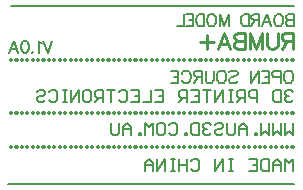
<source format=gbo>
G04 Layer_Color=32896*
%FSLAX44Y44*%
%MOMM*%
G71*
G01*
G75*
%ADD46C,0.2540*%
%ADD74C,0.1270*%
%ADD144C,0.2032*%
D46*
X854494Y296494D02*
Y295578D01*
X853578D01*
Y296494D01*
X854494D01*
X849912D02*
Y295578D01*
X848996D01*
Y296494D01*
X849912D01*
X845330D02*
Y295578D01*
X844414D01*
Y296494D01*
X845330D01*
X840748D02*
Y295578D01*
X839832D01*
Y296494D01*
X840748D01*
X836167D02*
Y295578D01*
X835250D01*
Y296494D01*
X836167D01*
X831585D02*
Y295578D01*
X830668D01*
Y296494D01*
X831585D01*
X827003D02*
Y295578D01*
X826087D01*
Y296494D01*
X827003D01*
X822421D02*
Y295578D01*
X821505D01*
Y296494D01*
X822421D01*
X817839D02*
Y295578D01*
X816923D01*
Y296494D01*
X817839D01*
X813257D02*
Y295578D01*
X812341D01*
Y296494D01*
X813257D01*
X808675D02*
Y295578D01*
X807759D01*
Y296494D01*
X808675D01*
X804094D02*
Y295578D01*
X803177D01*
Y296494D01*
X804094D01*
X799512D02*
Y295578D01*
X798595D01*
Y296494D01*
X799512D01*
X794930D02*
Y295578D01*
X794014D01*
Y296494D01*
X794930D01*
X790348D02*
Y295578D01*
X789432D01*
Y296494D01*
X790348D01*
X785766D02*
Y295578D01*
X784850D01*
Y296494D01*
X785766D01*
X781184D02*
Y295578D01*
X780268D01*
Y296494D01*
X781184D01*
X776602D02*
Y295578D01*
X775686D01*
Y296494D01*
X776602D01*
X772021D02*
Y295578D01*
X771104D01*
Y296494D01*
X772021D01*
X767439D02*
Y295578D01*
X766522D01*
Y296494D01*
X767439D01*
X762857D02*
Y295578D01*
X761941D01*
Y296494D01*
X762857D01*
X758275D02*
Y295578D01*
X757359D01*
Y296494D01*
X758275D01*
X753693D02*
Y295578D01*
X752777D01*
Y296494D01*
X753693D01*
X749111D02*
Y295578D01*
X748195D01*
Y296494D01*
X749111D01*
X744529D02*
Y295578D01*
X743613D01*
Y296494D01*
X744529D01*
X739948D02*
Y295578D01*
X739031D01*
Y296494D01*
X739948D01*
X735366D02*
Y295578D01*
X734449D01*
Y296494D01*
X735366D01*
X730784D02*
Y295578D01*
X729867D01*
Y296494D01*
X730784D01*
X726202D02*
Y295578D01*
X725286D01*
Y296494D01*
X726202D01*
X721620D02*
Y295578D01*
X720704D01*
Y296494D01*
X721620D01*
X717038D02*
Y295578D01*
X716122D01*
Y296494D01*
X717038D01*
X712457D02*
Y295578D01*
X711540D01*
Y296494D01*
X712457D01*
X707875D02*
Y295578D01*
X706958D01*
Y296494D01*
X707875D01*
X703293D02*
Y295578D01*
X702376D01*
Y296494D01*
X703293D01*
X698711D02*
Y295578D01*
X697794D01*
Y296494D01*
X698711D01*
X694129D02*
Y295578D01*
X693213D01*
Y296494D01*
X694129D01*
X689547D02*
Y295578D01*
X688631D01*
Y296494D01*
X689547D01*
X684965D02*
Y295578D01*
X684049D01*
Y296494D01*
X684965D01*
X680384D02*
Y295578D01*
X679467D01*
Y296494D01*
X680384D01*
X675802D02*
Y295578D01*
X674885D01*
Y296494D01*
X675802D01*
X671220D02*
Y295578D01*
X670303D01*
Y296494D01*
X671220D01*
X666638D02*
Y295578D01*
X665722D01*
Y296494D01*
X666638D01*
X662056D02*
Y295578D01*
X661140D01*
Y296494D01*
X662056D01*
X657474D02*
Y295578D01*
X656558D01*
Y296494D01*
X657474D01*
X652892D02*
Y295578D01*
X651976D01*
Y296494D01*
X652892D01*
X648310D02*
Y295578D01*
X647394D01*
Y296494D01*
X648310D01*
X643729D02*
Y295578D01*
X642812D01*
Y296494D01*
X643729D01*
X639147D02*
Y295578D01*
X638230D01*
Y296494D01*
X639147D01*
X634565D02*
Y295578D01*
X633649D01*
Y296494D01*
X634565D01*
X629983D02*
Y295578D01*
X629067D01*
Y296494D01*
X629983D01*
X625401D02*
Y295578D01*
X624485D01*
Y296494D01*
X625401D01*
X620819D02*
Y295578D01*
X619903D01*
Y296494D01*
X620819D01*
X616237D02*
Y295578D01*
X615321D01*
Y296494D01*
X616237D01*
X854494Y324942D02*
Y324026D01*
X853578D01*
Y324942D01*
X854494D01*
X849912D02*
Y324026D01*
X848996D01*
Y324942D01*
X849912D01*
X845330D02*
Y324026D01*
X844414D01*
Y324942D01*
X845330D01*
X840748D02*
Y324026D01*
X839832D01*
Y324942D01*
X840748D01*
X836167D02*
Y324026D01*
X835250D01*
Y324942D01*
X836167D01*
X831585D02*
Y324026D01*
X830668D01*
Y324942D01*
X831585D01*
X827003D02*
Y324026D01*
X826087D01*
Y324942D01*
X827003D01*
X822421D02*
Y324026D01*
X821505D01*
Y324942D01*
X822421D01*
X817839D02*
Y324026D01*
X816923D01*
Y324942D01*
X817839D01*
X813257D02*
Y324026D01*
X812341D01*
Y324942D01*
X813257D01*
X808675D02*
Y324026D01*
X807759D01*
Y324942D01*
X808675D01*
X804094D02*
Y324026D01*
X803177D01*
Y324942D01*
X804094D01*
X799512D02*
Y324026D01*
X798595D01*
Y324942D01*
X799512D01*
X794930D02*
Y324026D01*
X794014D01*
Y324942D01*
X794930D01*
X790348D02*
Y324026D01*
X789432D01*
Y324942D01*
X790348D01*
X785766D02*
Y324026D01*
X784850D01*
Y324942D01*
X785766D01*
X781184D02*
Y324026D01*
X780268D01*
Y324942D01*
X781184D01*
X776602D02*
Y324026D01*
X775686D01*
Y324942D01*
X776602D01*
X772021D02*
Y324026D01*
X771104D01*
Y324942D01*
X772021D01*
X767439D02*
Y324026D01*
X766522D01*
Y324942D01*
X767439D01*
X762857D02*
Y324026D01*
X761941D01*
Y324942D01*
X762857D01*
X758275D02*
Y324026D01*
X757359D01*
Y324942D01*
X758275D01*
X753693D02*
Y324026D01*
X752777D01*
Y324942D01*
X753693D01*
X749111D02*
Y324026D01*
X748195D01*
Y324942D01*
X749111D01*
X744529D02*
Y324026D01*
X743613D01*
Y324942D01*
X744529D01*
X739948D02*
Y324026D01*
X739031D01*
Y324942D01*
X739948D01*
X735366D02*
Y324026D01*
X734449D01*
Y324942D01*
X735366D01*
X730784D02*
Y324026D01*
X729867D01*
Y324942D01*
X730784D01*
X726202D02*
Y324026D01*
X725286D01*
Y324942D01*
X726202D01*
X721620D02*
Y324026D01*
X720704D01*
Y324942D01*
X721620D01*
X717038D02*
Y324026D01*
X716122D01*
Y324942D01*
X717038D01*
X712457D02*
Y324026D01*
X711540D01*
Y324942D01*
X712457D01*
X707875D02*
Y324026D01*
X706958D01*
Y324942D01*
X707875D01*
X703293D02*
Y324026D01*
X702376D01*
Y324942D01*
X703293D01*
X698711D02*
Y324026D01*
X697794D01*
Y324942D01*
X698711D01*
X694129D02*
Y324026D01*
X693213D01*
Y324942D01*
X694129D01*
X689547D02*
Y324026D01*
X688631D01*
Y324942D01*
X689547D01*
X684965D02*
Y324026D01*
X684049D01*
Y324942D01*
X684965D01*
X680384D02*
Y324026D01*
X679467D01*
Y324942D01*
X680384D01*
X675802D02*
Y324026D01*
X674885D01*
Y324942D01*
X675802D01*
X671220D02*
Y324026D01*
X670303D01*
Y324942D01*
X671220D01*
X666638D02*
Y324026D01*
X665722D01*
Y324942D01*
X666638D01*
X662056D02*
Y324026D01*
X661140D01*
Y324942D01*
X662056D01*
X657474D02*
Y324026D01*
X656558D01*
Y324942D01*
X657474D01*
X652892D02*
Y324026D01*
X651976D01*
Y324942D01*
X652892D01*
X648310D02*
Y324026D01*
X647394D01*
Y324942D01*
X648310D01*
X643729D02*
Y324026D01*
X642812D01*
Y324942D01*
X643729D01*
X639147D02*
Y324026D01*
X638230D01*
Y324942D01*
X639147D01*
X634565D02*
Y324026D01*
X633649D01*
Y324942D01*
X634565D01*
X629983D02*
Y324026D01*
X629067D01*
Y324942D01*
X629983D01*
X625401D02*
Y324026D01*
X624485D01*
Y324942D01*
X625401D01*
X620819D02*
Y324026D01*
X619903D01*
Y324942D01*
X620819D01*
X616237D02*
Y324026D01*
X615321D01*
Y324942D01*
X616237D01*
X854494Y369900D02*
Y368984D01*
X853578D01*
Y369900D01*
X854494D01*
X849912D02*
Y368984D01*
X848996D01*
Y369900D01*
X849912D01*
X845330D02*
Y368984D01*
X844414D01*
Y369900D01*
X845330D01*
X840748D02*
Y368984D01*
X839832D01*
Y369900D01*
X840748D01*
X836167D02*
Y368984D01*
X835250D01*
Y369900D01*
X836167D01*
X831585D02*
Y368984D01*
X830668D01*
Y369900D01*
X831585D01*
X827003D02*
Y368984D01*
X826087D01*
Y369900D01*
X827003D01*
X822421D02*
Y368984D01*
X821505D01*
Y369900D01*
X822421D01*
X817839D02*
Y368984D01*
X816923D01*
Y369900D01*
X817839D01*
X813257D02*
Y368984D01*
X812341D01*
Y369900D01*
X813257D01*
X808675D02*
Y368984D01*
X807759D01*
Y369900D01*
X808675D01*
X804094D02*
Y368984D01*
X803177D01*
Y369900D01*
X804094D01*
X799512D02*
Y368984D01*
X798595D01*
Y369900D01*
X799512D01*
X794930D02*
Y368984D01*
X794014D01*
Y369900D01*
X794930D01*
X790348D02*
Y368984D01*
X789432D01*
Y369900D01*
X790348D01*
X785766D02*
Y368984D01*
X784850D01*
Y369900D01*
X785766D01*
X781184D02*
Y368984D01*
X780268D01*
Y369900D01*
X781184D01*
X776602D02*
Y368984D01*
X775686D01*
Y369900D01*
X776602D01*
X772021D02*
Y368984D01*
X771104D01*
Y369900D01*
X772021D01*
X767439D02*
Y368984D01*
X766522D01*
Y369900D01*
X767439D01*
X762857D02*
Y368984D01*
X761941D01*
Y369900D01*
X762857D01*
X758275D02*
Y368984D01*
X757359D01*
Y369900D01*
X758275D01*
X753693D02*
Y368984D01*
X752777D01*
Y369900D01*
X753693D01*
X749111D02*
Y368984D01*
X748195D01*
Y369900D01*
X749111D01*
X744529D02*
Y368984D01*
X743613D01*
Y369900D01*
X744529D01*
X739948D02*
Y368984D01*
X739031D01*
Y369900D01*
X739948D01*
X735366D02*
Y368984D01*
X734449D01*
Y369900D01*
X735366D01*
X730784D02*
Y368984D01*
X729867D01*
Y369900D01*
X730784D01*
X726202D02*
Y368984D01*
X725286D01*
Y369900D01*
X726202D01*
X721620D02*
Y368984D01*
X720704D01*
Y369900D01*
X721620D01*
X717038D02*
Y368984D01*
X716122D01*
Y369900D01*
X717038D01*
X712457D02*
Y368984D01*
X711540D01*
Y369900D01*
X712457D01*
X707875D02*
Y368984D01*
X706958D01*
Y369900D01*
X707875D01*
X703293D02*
Y368984D01*
X702376D01*
Y369900D01*
X703293D01*
X698711D02*
Y368984D01*
X697794D01*
Y369900D01*
X698711D01*
X694129D02*
Y368984D01*
X693213D01*
Y369900D01*
X694129D01*
X689547D02*
Y368984D01*
X688631D01*
Y369900D01*
X689547D01*
X684965D02*
Y368984D01*
X684049D01*
Y369900D01*
X684965D01*
X680384D02*
Y368984D01*
X679467D01*
Y369900D01*
X680384D01*
X675802D02*
Y368984D01*
X674885D01*
Y369900D01*
X675802D01*
X671220D02*
Y368984D01*
X670303D01*
Y369900D01*
X671220D01*
X666638D02*
Y368984D01*
X665722D01*
Y369900D01*
X666638D01*
X662056D02*
Y368984D01*
X661140D01*
Y369900D01*
X662056D01*
X657474D02*
Y368984D01*
X656558D01*
Y369900D01*
X657474D01*
X652892D02*
Y368984D01*
X651976D01*
Y369900D01*
X652892D01*
X648310D02*
Y368984D01*
X647394D01*
Y369900D01*
X648310D01*
X643729D02*
Y368984D01*
X642812D01*
Y369900D01*
X643729D01*
X639147D02*
Y368984D01*
X638230D01*
Y369900D01*
X639147D01*
X634565D02*
Y368984D01*
X633649D01*
Y369900D01*
X634565D01*
X629983D02*
Y368984D01*
X629067D01*
Y369900D01*
X629983D01*
X625401D02*
Y368984D01*
X624485D01*
Y369900D01*
X625401D01*
X620819D02*
Y368984D01*
X619903D01*
Y369900D01*
X620819D01*
X616237D02*
Y368984D01*
X615321D01*
Y369900D01*
X616237D01*
X854494Y391995D02*
Y378028D01*
Y391995D02*
X848508D01*
X846513Y391330D01*
X845848Y390665D01*
X845183Y389335D01*
Y388005D01*
X845848Y386674D01*
X846513Y386009D01*
X848508Y385344D01*
X854494D01*
X849838D02*
X845183Y378028D01*
X842057Y391995D02*
Y382019D01*
X841392Y380023D01*
X840061Y378693D01*
X838066Y378028D01*
X836736D01*
X834741Y378693D01*
X833410Y380023D01*
X832745Y382019D01*
Y391995D01*
X828888D02*
Y378028D01*
Y391995D02*
X823567Y378028D01*
X818246Y391995D02*
X823567Y378028D01*
X818246Y391995D02*
Y378028D01*
X814256Y391995D02*
Y378028D01*
Y391995D02*
X808270D01*
X806275Y391330D01*
X805610Y390665D01*
X804944Y389335D01*
Y388005D01*
X805610Y386674D01*
X806275Y386009D01*
X808270Y385344D01*
X814256D02*
X808270D01*
X806275Y384679D01*
X805610Y384014D01*
X804944Y382684D01*
Y380689D01*
X805610Y379358D01*
X806275Y378693D01*
X808270Y378028D01*
X814256D01*
X791177D02*
X796498Y391995D01*
X801818Y378028D01*
X799823Y382684D02*
X793172D01*
X781932Y390000D02*
Y378028D01*
X787918Y384014D02*
X775946D01*
D74*
X651040Y385138D02*
X647170Y374980D01*
X643301Y385138D02*
X647170Y374980D01*
X641995Y383203D02*
X641027Y383687D01*
X639576Y385138D01*
Y374980D01*
X634062Y375948D02*
X634546Y375464D01*
X634062Y374980D01*
X633578Y375464D01*
X634062Y375948D01*
X628451Y385138D02*
X629902Y384654D01*
X630869Y383203D01*
X631353Y380785D01*
Y379334D01*
X630869Y376915D01*
X629902Y375464D01*
X628451Y374980D01*
X627483D01*
X626032Y375464D01*
X625065Y376915D01*
X624581Y379334D01*
Y380785D01*
X625065Y383203D01*
X626032Y384654D01*
X627483Y385138D01*
X628451D01*
X614569Y374980D02*
X618438Y385138D01*
X622308Y374980D01*
X620857Y378366D02*
X616020D01*
X855764Y407744D02*
Y397586D01*
Y407744D02*
X851411D01*
X849959Y407260D01*
X849476Y406777D01*
X848992Y405809D01*
Y404842D01*
X849476Y403874D01*
X849959Y403391D01*
X851411Y402907D01*
X855764D02*
X851411D01*
X849959Y402423D01*
X849476Y401940D01*
X848992Y400972D01*
Y399521D01*
X849476Y398554D01*
X849959Y398070D01*
X851411Y397586D01*
X855764D01*
X843817Y407744D02*
X844784Y407260D01*
X845751Y406293D01*
X846235Y405326D01*
X846719Y403874D01*
Y401456D01*
X846235Y400005D01*
X845751Y399037D01*
X844784Y398070D01*
X843817Y397586D01*
X841882D01*
X840914Y398070D01*
X839947Y399037D01*
X839463Y400005D01*
X838979Y401456D01*
Y403874D01*
X839463Y405326D01*
X839947Y406293D01*
X840914Y407260D01*
X841882Y407744D01*
X843817D01*
X828870Y397586D02*
X832740Y407744D01*
X836609Y397586D01*
X835158Y400972D02*
X830321D01*
X826500Y407744D02*
Y397586D01*
Y407744D02*
X822146D01*
X820695Y407260D01*
X820212Y406777D01*
X819728Y405809D01*
Y404842D01*
X820212Y403874D01*
X820695Y403391D01*
X822146Y402907D01*
X826500D01*
X823114D02*
X819728Y397586D01*
X817455Y407744D02*
Y397586D01*
Y407744D02*
X814069D01*
X812617Y407260D01*
X811650Y406293D01*
X811166Y405326D01*
X810683Y403874D01*
Y401456D01*
X811166Y400005D01*
X811650Y399037D01*
X812617Y398070D01*
X814069Y397586D01*
X817455D01*
X800428Y407744D02*
Y397586D01*
Y407744D02*
X796558Y397586D01*
X792689Y407744D02*
X796558Y397586D01*
X792689Y407744D02*
Y397586D01*
X786884Y407744D02*
X787852Y407260D01*
X788819Y406293D01*
X789303Y405326D01*
X789787Y403874D01*
Y401456D01*
X789303Y400005D01*
X788819Y399037D01*
X787852Y398070D01*
X786884Y397586D01*
X784949D01*
X783982Y398070D01*
X783015Y399037D01*
X782531Y400005D01*
X782047Y401456D01*
Y403874D01*
X782531Y405326D01*
X783015Y406293D01*
X783982Y407260D01*
X784949Y407744D01*
X786884D01*
X779677D02*
Y397586D01*
Y407744D02*
X776291D01*
X774840Y407260D01*
X773873Y406293D01*
X773389Y405326D01*
X772905Y403874D01*
Y401456D01*
X773389Y400005D01*
X773873Y399037D01*
X774840Y398070D01*
X776291Y397586D01*
X779677D01*
X764344Y407744D02*
X770632D01*
Y397586D01*
X764344D01*
X770632Y402907D02*
X766762D01*
X762651Y407744D02*
Y397586D01*
X756846D01*
D144*
X616242Y414858D02*
X856018D01*
X613956Y263728D02*
X856018D01*
X855002Y315287D02*
Y305130D01*
X851616Y308516D01*
X848231Y305130D01*
Y315287D01*
X844845D02*
Y305130D01*
X841460Y308516D01*
X838074Y305130D01*
Y315287D01*
X834689D02*
Y305130D01*
X831303Y308516D01*
X827917Y305130D01*
Y315287D01*
X824532Y305130D02*
Y306823D01*
X822839D01*
Y305130D01*
X824532D01*
X816068D02*
Y311901D01*
X812682Y315287D01*
X809297Y311901D01*
Y305130D01*
Y310208D01*
X816068D01*
X805911Y315287D02*
Y306823D01*
X804218Y305130D01*
X800833D01*
X799140Y306823D01*
Y315287D01*
X788983Y313594D02*
X790676Y315287D01*
X794062D01*
X795754Y313594D01*
Y311901D01*
X794062Y310208D01*
X790676D01*
X788983Y308516D01*
Y306823D01*
X790676Y305130D01*
X794062D01*
X795754Y306823D01*
X785598Y313594D02*
X783905Y315287D01*
X780519D01*
X778827Y313594D01*
Y311901D01*
X780519Y310208D01*
X782212D01*
X780519D01*
X778827Y308516D01*
Y306823D01*
X780519Y305130D01*
X783905D01*
X785598Y306823D01*
X775441Y315287D02*
Y305130D01*
X770363D01*
X768670Y306823D01*
Y313594D01*
X770363Y315287D01*
X775441D01*
X765284Y305130D02*
Y306823D01*
X763592D01*
Y305130D01*
X765284D01*
X750049Y313594D02*
X751742Y315287D01*
X755127D01*
X756820Y313594D01*
Y306823D01*
X755127Y305130D01*
X751742D01*
X750049Y306823D01*
X741585Y315287D02*
X744971D01*
X746664Y313594D01*
Y306823D01*
X744971Y305130D01*
X741585D01*
X739893Y306823D01*
Y313594D01*
X741585Y315287D01*
X736507Y305130D02*
Y315287D01*
X733121Y311901D01*
X729736Y315287D01*
Y305130D01*
X726350D02*
Y306823D01*
X724657D01*
Y305130D01*
X726350D01*
X717886D02*
Y311901D01*
X714501Y315287D01*
X711115Y311901D01*
Y305130D01*
Y310208D01*
X717886D01*
X707729Y315287D02*
Y306823D01*
X706037Y305130D01*
X702651D01*
X700958Y306823D01*
Y315287D01*
X851955Y359992D02*
X852970Y359484D01*
X853986Y358468D01*
X854494Y357452D01*
X855002Y355929D01*
Y353389D01*
X854494Y351866D01*
X853986Y350850D01*
X852970Y349834D01*
X851955Y349326D01*
X849923D01*
X848907Y349834D01*
X847891Y350850D01*
X847384Y351866D01*
X846876Y353389D01*
Y355929D01*
X847384Y357452D01*
X847891Y358468D01*
X848907Y359484D01*
X849923Y359992D01*
X851955D01*
X844387Y354405D02*
X839816D01*
X838292Y354913D01*
X837785Y355421D01*
X837277Y356437D01*
Y357960D01*
X837785Y358976D01*
X838292Y359484D01*
X839816Y359992D01*
X844387D01*
Y349326D01*
X828287Y359992D02*
X834890D01*
Y349326D01*
X828287D01*
X834890Y354913D02*
X830826D01*
X826509Y359992D02*
Y349326D01*
Y359992D02*
X819399Y349326D01*
Y359992D02*
Y349326D01*
X800962Y358468D02*
X801978Y359484D01*
X803502Y359992D01*
X805533D01*
X807057Y359484D01*
X808073Y358468D01*
Y357452D01*
X807565Y356437D01*
X807057Y355929D01*
X806041Y355421D01*
X802994Y354405D01*
X801978Y353897D01*
X801470Y353389D01*
X800962Y352374D01*
Y350850D01*
X801978Y349834D01*
X803502Y349326D01*
X805533D01*
X807057Y349834D01*
X808073Y350850D01*
X795528Y359992D02*
X796544Y359484D01*
X797560Y358468D01*
X798067Y357452D01*
X798575Y355929D01*
Y353389D01*
X798067Y351866D01*
X797560Y350850D01*
X796544Y349834D01*
X795528Y349326D01*
X793496D01*
X792481Y349834D01*
X791465Y350850D01*
X790957Y351866D01*
X790449Y353389D01*
Y355929D01*
X790957Y357452D01*
X791465Y358468D01*
X792481Y359484D01*
X793496Y359992D01*
X795528D01*
X787960D02*
Y352374D01*
X787452Y350850D01*
X786437Y349834D01*
X784913Y349326D01*
X783897D01*
X782374Y349834D01*
X781358Y350850D01*
X780850Y352374D01*
Y359992D01*
X777904D02*
Y349326D01*
Y359992D02*
X773333D01*
X771809Y359484D01*
X771302Y358976D01*
X770794Y357960D01*
Y356945D01*
X771302Y355929D01*
X771809Y355421D01*
X773333Y354913D01*
X777904D01*
X774349D02*
X770794Y349326D01*
X760788Y357452D02*
X761296Y358468D01*
X762312Y359484D01*
X763328Y359992D01*
X765359D01*
X766375Y359484D01*
X767391Y358468D01*
X767899Y357452D01*
X768407Y355929D01*
Y353389D01*
X767899Y351866D01*
X767391Y350850D01*
X766375Y349834D01*
X765359Y349326D01*
X763328D01*
X762312Y349834D01*
X761296Y350850D01*
X760788Y351866D01*
X751189Y359992D02*
X757792D01*
Y349326D01*
X751189D01*
X757792Y354913D02*
X753728D01*
X855002Y341534D02*
X853309Y343227D01*
X849924D01*
X848231Y341534D01*
Y339841D01*
X849924Y338148D01*
X851616D01*
X849924D01*
X848231Y336456D01*
Y334763D01*
X849924Y333070D01*
X853309D01*
X855002Y334763D01*
X844845Y343227D02*
Y333070D01*
X839767D01*
X838074Y334763D01*
Y341534D01*
X839767Y343227D01*
X844845D01*
X824532Y333070D02*
Y343227D01*
X819454D01*
X817761Y341534D01*
Y338148D01*
X819454Y336456D01*
X824532D01*
X814375Y333070D02*
Y343227D01*
X809297D01*
X807604Y341534D01*
Y338148D01*
X809297Y336456D01*
X814375D01*
X810990D02*
X807604Y333070D01*
X804218Y343227D02*
X800833D01*
X802526D01*
Y333070D01*
X804218D01*
X800833D01*
X795754D02*
Y343227D01*
X788983Y333070D01*
Y343227D01*
X785598D02*
X778827D01*
X782212D01*
Y333070D01*
X768670Y343227D02*
X775441D01*
Y333070D01*
X768670D01*
X775441Y338148D02*
X772055D01*
X765284Y333070D02*
Y343227D01*
X760206D01*
X758513Y341534D01*
Y338148D01*
X760206Y336456D01*
X765284D01*
X761899D02*
X758513Y333070D01*
X738200Y343227D02*
X744971D01*
Y333070D01*
X738200D01*
X744971Y338148D02*
X741585D01*
X734814Y343227D02*
Y333070D01*
X728043D01*
X717886Y343227D02*
X724657D01*
Y333070D01*
X717886D01*
X724657Y338148D02*
X721272D01*
X707729Y341534D02*
X709422Y343227D01*
X712808D01*
X714501Y341534D01*
Y334763D01*
X712808Y333070D01*
X709422D01*
X707729Y334763D01*
X704344Y343227D02*
X697573D01*
X700958D01*
Y333070D01*
X694187D02*
Y343227D01*
X689109D01*
X687416Y341534D01*
Y338148D01*
X689109Y336456D01*
X694187D01*
X690802D02*
X687416Y333070D01*
X678952Y343227D02*
X682338D01*
X684031Y341534D01*
Y334763D01*
X682338Y333070D01*
X678952D01*
X677259Y334763D01*
Y341534D01*
X678952Y343227D01*
X673874Y333070D02*
Y343227D01*
X667103Y333070D01*
Y343227D01*
X663717D02*
X660331D01*
X662024D01*
Y333070D01*
X663717D01*
X660331D01*
X648482Y341534D02*
X650175Y343227D01*
X653560D01*
X655253Y341534D01*
Y334763D01*
X653560Y333070D01*
X650175D01*
X648482Y334763D01*
X638325Y341534D02*
X640018Y343227D01*
X643404D01*
X645096Y341534D01*
Y339841D01*
X643404Y338148D01*
X640018D01*
X638325Y336456D01*
Y334763D01*
X640018Y333070D01*
X643404D01*
X645096Y334763D01*
X855002Y274650D02*
Y284807D01*
X851616Y281421D01*
X848231Y284807D01*
Y274650D01*
X844845D02*
Y281421D01*
X841460Y284807D01*
X838074Y281421D01*
Y274650D01*
Y279729D01*
X844845D01*
X834689Y284807D02*
Y274650D01*
X829610D01*
X827917Y276343D01*
Y283114D01*
X829610Y284807D01*
X834689D01*
X817761D02*
X824532D01*
Y274650D01*
X817761D01*
X824532Y279729D02*
X821146D01*
X804218Y284807D02*
X800833D01*
X802526D01*
Y274650D01*
X804218D01*
X800833D01*
X795754D02*
Y284807D01*
X788983Y274650D01*
Y284807D01*
X768670Y283114D02*
X770363Y284807D01*
X773748D01*
X775441Y283114D01*
Y276343D01*
X773748Y274650D01*
X770363D01*
X768670Y276343D01*
X765284Y284807D02*
Y274650D01*
Y279729D01*
X758513D01*
Y284807D01*
Y274650D01*
X755127Y284807D02*
X751742D01*
X753435D01*
Y274650D01*
X755127D01*
X751742D01*
X746664D02*
Y284807D01*
X739893Y274650D01*
Y284807D01*
X736507Y274650D02*
Y281421D01*
X733121Y284807D01*
X729736Y281421D01*
Y274650D01*
Y279729D01*
X736507D01*
M02*

</source>
